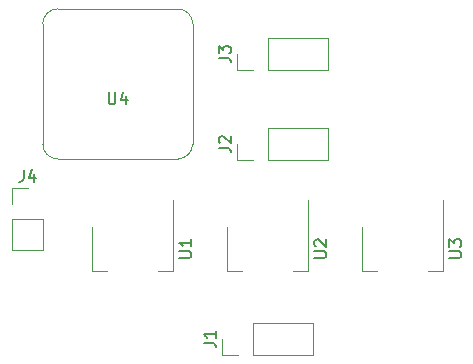
<source format=gbr>
G04 #@! TF.GenerationSoftware,KiCad,Pcbnew,(5.1.2)-2*
G04 #@! TF.CreationDate,2019-07-31T13:01:31-07:00*
G04 #@! TF.ProjectId,ER Valve Board,45522056-616c-4766-9520-426f6172642e,rev?*
G04 #@! TF.SameCoordinates,Original*
G04 #@! TF.FileFunction,Legend,Top*
G04 #@! TF.FilePolarity,Positive*
%FSLAX46Y46*%
G04 Gerber Fmt 4.6, Leading zero omitted, Abs format (unit mm)*
G04 Created by KiCad (PCBNEW (5.1.2)-2) date 2019-07-31 13:01:31*
%MOMM*%
%LPD*%
G04 APERTURE LIST*
%ADD10C,0.120000*%
%ADD11C,0.150000*%
G04 APERTURE END LIST*
D10*
X113030000Y-87630000D02*
G75*
G02X114300000Y-86360000I1270000J0D01*
G01*
X124460000Y-86360000D02*
G75*
G02X125730000Y-87630000I0J-1270000D01*
G01*
X125730000Y-97790000D02*
G75*
G02X124460000Y-99060000I-1270000J0D01*
G01*
X114300000Y-99060000D02*
G75*
G02X113030000Y-97790000I0J1270000D01*
G01*
X113030000Y-87630000D02*
X113030000Y-97790000D01*
X114300000Y-86360000D02*
X124460000Y-86360000D01*
X125730000Y-87630000D02*
X125730000Y-97790000D01*
X124460000Y-99060000D02*
X114300000Y-99060000D01*
X128210000Y-115630000D02*
X128210000Y-114300000D01*
X129540000Y-115630000D02*
X128210000Y-115630000D01*
X130810000Y-115630000D02*
X130810000Y-112970000D01*
X130810000Y-112970000D02*
X135950000Y-112970000D01*
X130810000Y-115630000D02*
X135950000Y-115630000D01*
X135950000Y-115630000D02*
X135950000Y-112970000D01*
X137220000Y-99120000D02*
X137220000Y-96460000D01*
X132080000Y-99120000D02*
X137220000Y-99120000D01*
X132080000Y-96460000D02*
X137220000Y-96460000D01*
X132080000Y-99120000D02*
X132080000Y-96460000D01*
X130810000Y-99120000D02*
X129480000Y-99120000D01*
X129480000Y-99120000D02*
X129480000Y-97790000D01*
X137220000Y-91500000D02*
X137220000Y-88840000D01*
X132080000Y-91500000D02*
X137220000Y-91500000D01*
X132080000Y-88840000D02*
X137220000Y-88840000D01*
X132080000Y-91500000D02*
X132080000Y-88840000D01*
X130810000Y-91500000D02*
X129480000Y-91500000D01*
X129480000Y-91500000D02*
X129480000Y-90170000D01*
X110430000Y-106740000D02*
X113090000Y-106740000D01*
X110430000Y-104140000D02*
X110430000Y-106740000D01*
X113090000Y-104140000D02*
X113090000Y-106740000D01*
X110430000Y-104140000D02*
X113090000Y-104140000D01*
X110430000Y-102870000D02*
X110430000Y-101540000D01*
X110430000Y-101540000D02*
X111760000Y-101540000D01*
X117240000Y-108590000D02*
X118500000Y-108590000D01*
X124060000Y-108590000D02*
X122800000Y-108590000D01*
X117240000Y-104830000D02*
X117240000Y-108590000D01*
X124060000Y-102580000D02*
X124060000Y-108590000D01*
X135490000Y-102580000D02*
X135490000Y-108590000D01*
X128670000Y-104830000D02*
X128670000Y-108590000D01*
X135490000Y-108590000D02*
X134230000Y-108590000D01*
X128670000Y-108590000D02*
X129930000Y-108590000D01*
X140100000Y-108590000D02*
X141360000Y-108590000D01*
X146920000Y-108590000D02*
X145660000Y-108590000D01*
X140100000Y-104830000D02*
X140100000Y-108590000D01*
X146920000Y-102580000D02*
X146920000Y-108590000D01*
D11*
X118618095Y-93432380D02*
X118618095Y-94241904D01*
X118665714Y-94337142D01*
X118713333Y-94384761D01*
X118808571Y-94432380D01*
X118999047Y-94432380D01*
X119094285Y-94384761D01*
X119141904Y-94337142D01*
X119189523Y-94241904D01*
X119189523Y-93432380D01*
X120094285Y-93765714D02*
X120094285Y-94432380D01*
X119856190Y-93384761D02*
X119618095Y-94099047D01*
X120237142Y-94099047D01*
X126662380Y-114633333D02*
X127376666Y-114633333D01*
X127519523Y-114680952D01*
X127614761Y-114776190D01*
X127662380Y-114919047D01*
X127662380Y-115014285D01*
X127662380Y-113633333D02*
X127662380Y-114204761D01*
X127662380Y-113919047D02*
X126662380Y-113919047D01*
X126805238Y-114014285D01*
X126900476Y-114109523D01*
X126948095Y-114204761D01*
X127932380Y-98123333D02*
X128646666Y-98123333D01*
X128789523Y-98170952D01*
X128884761Y-98266190D01*
X128932380Y-98409047D01*
X128932380Y-98504285D01*
X128027619Y-97694761D02*
X127980000Y-97647142D01*
X127932380Y-97551904D01*
X127932380Y-97313809D01*
X127980000Y-97218571D01*
X128027619Y-97170952D01*
X128122857Y-97123333D01*
X128218095Y-97123333D01*
X128360952Y-97170952D01*
X128932380Y-97742380D01*
X128932380Y-97123333D01*
X127932380Y-90503333D02*
X128646666Y-90503333D01*
X128789523Y-90550952D01*
X128884761Y-90646190D01*
X128932380Y-90789047D01*
X128932380Y-90884285D01*
X127932380Y-90122380D02*
X127932380Y-89503333D01*
X128313333Y-89836666D01*
X128313333Y-89693809D01*
X128360952Y-89598571D01*
X128408571Y-89550952D01*
X128503809Y-89503333D01*
X128741904Y-89503333D01*
X128837142Y-89550952D01*
X128884761Y-89598571D01*
X128932380Y-89693809D01*
X128932380Y-89979523D01*
X128884761Y-90074761D01*
X128837142Y-90122380D01*
X111426666Y-99992380D02*
X111426666Y-100706666D01*
X111379047Y-100849523D01*
X111283809Y-100944761D01*
X111140952Y-100992380D01*
X111045714Y-100992380D01*
X112331428Y-100325714D02*
X112331428Y-100992380D01*
X112093333Y-99944761D02*
X111855238Y-100659047D01*
X112474285Y-100659047D01*
X124602380Y-107441904D02*
X125411904Y-107441904D01*
X125507142Y-107394285D01*
X125554761Y-107346666D01*
X125602380Y-107251428D01*
X125602380Y-107060952D01*
X125554761Y-106965714D01*
X125507142Y-106918095D01*
X125411904Y-106870476D01*
X124602380Y-106870476D01*
X125602380Y-105870476D02*
X125602380Y-106441904D01*
X125602380Y-106156190D02*
X124602380Y-106156190D01*
X124745238Y-106251428D01*
X124840476Y-106346666D01*
X124888095Y-106441904D01*
X136032380Y-107441904D02*
X136841904Y-107441904D01*
X136937142Y-107394285D01*
X136984761Y-107346666D01*
X137032380Y-107251428D01*
X137032380Y-107060952D01*
X136984761Y-106965714D01*
X136937142Y-106918095D01*
X136841904Y-106870476D01*
X136032380Y-106870476D01*
X136127619Y-106441904D02*
X136080000Y-106394285D01*
X136032380Y-106299047D01*
X136032380Y-106060952D01*
X136080000Y-105965714D01*
X136127619Y-105918095D01*
X136222857Y-105870476D01*
X136318095Y-105870476D01*
X136460952Y-105918095D01*
X137032380Y-106489523D01*
X137032380Y-105870476D01*
X147462380Y-107441904D02*
X148271904Y-107441904D01*
X148367142Y-107394285D01*
X148414761Y-107346666D01*
X148462380Y-107251428D01*
X148462380Y-107060952D01*
X148414761Y-106965714D01*
X148367142Y-106918095D01*
X148271904Y-106870476D01*
X147462380Y-106870476D01*
X147462380Y-106489523D02*
X147462380Y-105870476D01*
X147843333Y-106203809D01*
X147843333Y-106060952D01*
X147890952Y-105965714D01*
X147938571Y-105918095D01*
X148033809Y-105870476D01*
X148271904Y-105870476D01*
X148367142Y-105918095D01*
X148414761Y-105965714D01*
X148462380Y-106060952D01*
X148462380Y-106346666D01*
X148414761Y-106441904D01*
X148367142Y-106489523D01*
M02*

</source>
